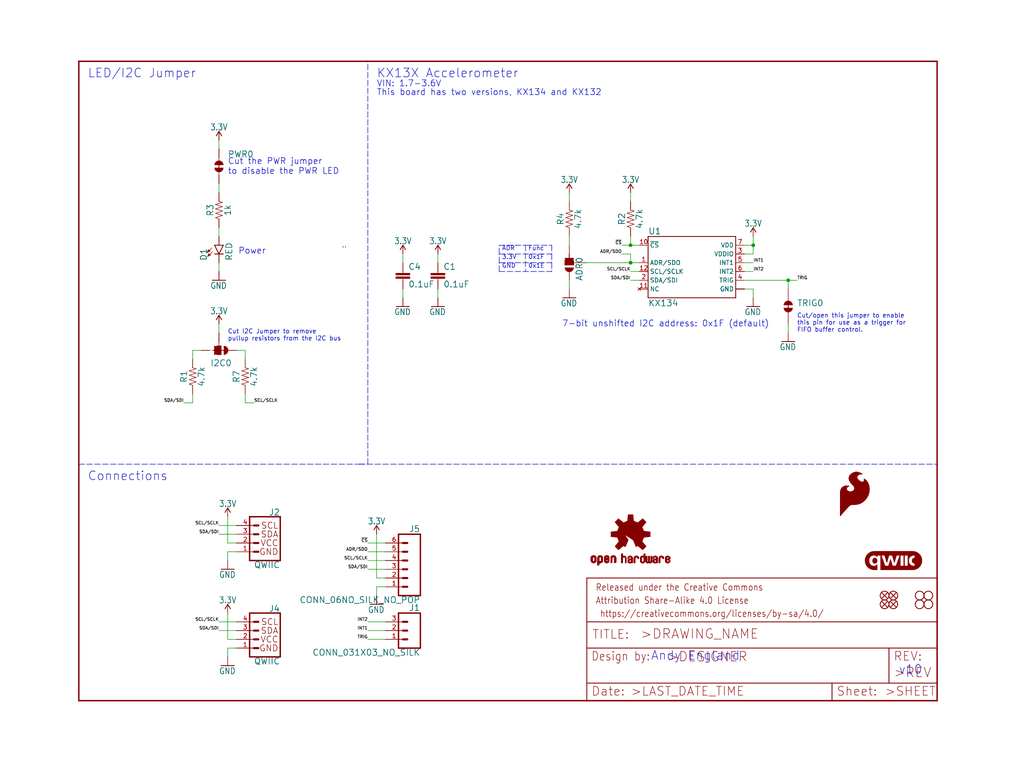
<source format=kicad_sch>
(kicad_sch (version 20211123) (generator eeschema)
  (paper "User" 297.002 223.926)
  (lib_symbols
    (symbol "schematicEagle-eagle-import:0.1UF-0603-25V-(+80{slash}-20%)"
      (property "Reference" "C" (at 1.524 2.921 0))
      (property "Value" "0.1UF-0603-25V-(+80{slash}-20%)" (at 1.524 -2.159 0))
      (symbol "0.1UF-0603-25V-(+80{slash}-20%)_1_0"
        (pin passive line (at 0 5.08 270) (length 2.54) (name "1") (number "1"))
        (pin passive line (at 0 -2.54 90) (length 2.54) (name "2") (number "2"))
      )
    )
    (symbol "schematicEagle-eagle-import:1KOHM-0603-1{slash}10W-1%"
      (property "Reference" "R" (at 0 1.524 0))
      (property "Value" "1KOHM-0603-1{slash}10W-1%" (at 0 -1.524 0))
      (symbol "1KOHM-0603-1{slash}10W-1%_1_0"
        (pin passive line (at -5.08 0 0) (length 2.54) (name "1") (number "1"))
        (pin passive line (at 5.08 0 180) (length 2.54) (name "2") (number "2"))
      )
    )
    (symbol "schematicEagle-eagle-import:3.3V" (power)
      (property "Value" "3.3V" (at 0 2.794 0))
      (symbol "3.3V_1_0"
        (pin power_in line (at 0 0 90) (length 2.54) (name "3.3V") (number "1"))
      )
    )
    (symbol "schematicEagle-eagle-import:4.7KOHM-0603-1{slash}10W-1%"
      (property "Reference" "R" (at 0 1.524 0))
      (property "Value" "4.7KOHM-0603-1{slash}10W-1%" (at 0 -1.524 0))
      (symbol "4.7KOHM-0603-1{slash}10W-1%_1_0"
        (pin passive line (at -5.08 0 0) (length 2.54) (name "1") (number "1"))
        (pin passive line (at 5.08 0 180) (length 2.54) (name "2") (number "2"))
      )
    )
    (symbol "schematicEagle-eagle-import:CONN_031X03_NO_SILK"
      (property "Reference" "J" (at -2.54 5.588 0))
      (property "Value" "CONN_031X03_NO_SILK" (at -2.54 -7.366 0))
      (symbol "CONN_031X03_NO_SILK_1_0"
        (pin passive line (at 7.62 -2.54 180) (length 5.08) (name "1") (number "1"))
        (pin passive line (at 7.62 0 180) (length 5.08) (name "2") (number "2"))
        (pin passive line (at 7.62 2.54 180) (length 5.08) (name "3") (number "3"))
      )
    )
    (symbol "schematicEagle-eagle-import:CONN_06NO_SILK_NO_POP"
      (property "Reference" "J" (at -5.08 10.668 0))
      (property "Value" "CONN_06NO_SILK_NO_POP" (at -5.08 -9.906 0))
      (symbol "CONN_06NO_SILK_NO_POP_1_0"
        (pin passive line (at 5.08 -5.08 180) (length 5.08) (name "1") (number "1"))
        (pin passive line (at 5.08 -2.54 180) (length 5.08) (name "2") (number "2"))
        (pin passive line (at 5.08 0 180) (length 5.08) (name "3") (number "3"))
        (pin passive line (at 5.08 2.54 180) (length 5.08) (name "4") (number "4"))
        (pin passive line (at 5.08 5.08 180) (length 5.08) (name "5") (number "5"))
        (pin passive line (at 5.08 7.62 180) (length 5.08) (name "6") (number "6"))
      )
    )
    (symbol "schematicEagle-eagle-import:FIDUCIALUFIDUCIAL")
    (symbol "schematicEagle-eagle-import:FRAME-LETTER"
      (symbol "FRAME-LETTER_2_0"
        (text " https://creativecommons.org/licenses/by-sa/4.0/" (at 2.54 24.13 0) (effects (font (size 1.9304 1.6408)) (justify left bottom)))
        (text ">DESIGNER" (at 23.114 11.176 0) (effects (font (size 2.7432 2.7432)) (justify left bottom)))
        (text ">DRAWING_NAME" (at 15.494 17.78 0) (effects (font (size 2.7432 2.7432)) (justify left bottom)))
        (text ">LAST_DATE_TIME" (at 12.7 1.27 0) (effects (font (size 2.54 2.54)) (justify left bottom)))
        (text ">REV" (at 88.9 6.604 0) (effects (font (size 2.7432 2.7432)) (justify left bottom)))
        (text ">SHEET" (at 86.36 1.27 0) (effects (font (size 2.54 2.54)) (justify left bottom)))
        (text "Attribution Share-Alike 4.0 License" (at 2.54 27.94 0) (effects (font (size 1.9304 1.6408)) (justify left bottom)))
        (text "Date:" (at 1.27 1.27 0) (effects (font (size 2.54 2.54)) (justify left bottom)))
        (text "Design by:" (at 1.27 11.43 0) (effects (font (size 2.54 2.159)) (justify left bottom)))
        (text "Released under the Creative Commons" (at 2.54 31.75 0) (effects (font (size 1.9304 1.6408)) (justify left bottom)))
        (text "REV:" (at 88.9 11.43 0) (effects (font (size 2.54 2.54)) (justify left bottom)))
        (text "Sheet:" (at 72.39 1.27 0) (effects (font (size 2.54 2.54)) (justify left bottom)))
        (text "TITLE:" (at 1.524 17.78 0) (effects (font (size 2.54 2.54)) (justify left bottom)))
      )
    )
    (symbol "schematicEagle-eagle-import:GND" (power)
      (property "Value" "GND" (at -2.54 -2.54 0))
      (symbol "GND_1_0"
        (pin power_in line (at 0 2.54 270) (length 2.54) (name "GND") (number "1"))
      )
    )
    (symbol "schematicEagle-eagle-import:JUMPER-SMT_2_NC_TRACE_SILK"
      (property "Reference" "JP" (at -2.54 2.54 0))
      (property "Value" "JUMPER-SMT_2_NC_TRACE_SILK" (at -2.54 -2.54 0))
      (symbol "JUMPER-SMT_2_NC_TRACE_SILK_1_0"
        (pin passive line (at -5.08 0 0) (length 2.54) (name "1") (number "1"))
        (pin passive line (at 5.08 0 180) (length 2.54) (name "2") (number "2"))
      )
    )
    (symbol "schematicEagle-eagle-import:JUMPER-SMT_3_1-NC_TRACE_SILK"
      (property "Reference" "JP" (at 2.54 0.381 0))
      (property "Value" "JUMPER-SMT_3_1-NC_TRACE_SILK" (at 2.54 -0.381 0))
      (symbol "JUMPER-SMT_3_1-NC_TRACE_SILK_1_0"
        (pin passive line (at 0 5.08 270) (length 2.54) (name "1") (number "1"))
        (pin passive line (at -5.08 0 0) (length 2.54) (name "2") (number "2"))
        (pin passive line (at 0 -5.08 90) (length 2.54) (name "3") (number "3"))
      )
    )
    (symbol "schematicEagle-eagle-import:JUMPER-SMT_3_2-NC_TRACE_SILK"
      (property "Reference" "JP" (at 2.54 0.381 0))
      (property "Value" "JUMPER-SMT_3_2-NC_TRACE_SILK" (at 2.54 -0.381 0))
      (symbol "JUMPER-SMT_3_2-NC_TRACE_SILK_1_0"
        (pin passive line (at 0 5.08 270) (length 2.54) (name "1") (number "1"))
        (pin passive line (at -5.08 0 0) (length 2.54) (name "2") (number "2"))
        (pin passive line (at 0 -5.08 90) (length 2.54) (name "3") (number "3"))
      )
    )
    (symbol "schematicEagle-eagle-import:KX13X-KX134"
      (property "Reference" "U" (at -12.7 10.668 0))
      (property "Value" "KX13X-KX134" (at -12.7 -10.16 0))
      (symbol "KX13X-KX134_1_0"
        (pin bidirectional line (at -15.24 2.54 0) (length 2.54) (name "ADR/SDO") (number "1"))
        (pin bidirectional line (at -15.24 7.62 0) (length 2.54) (name "~{CS}") (number "10"))
        (pin no_connect line (at -15.24 -5.08 0) (length 2.54) (name "NC") (number "11"))
        (pin bidirectional line (at -15.24 0 0) (length 2.54) (name "SCL/SCLK") (number "12"))
        (pin bidirectional line (at -15.24 -2.54 0) (length 2.54) (name "SDA/SDI") (number "2"))
        (pin bidirectional line (at 15.24 5.08 180) (length 2.54) (name "VDDIO") (number "3"))
        (pin bidirectional line (at 15.24 -2.54 180) (length 2.54) (name "TRIG") (number "4"))
        (pin bidirectional line (at 15.24 2.54 180) (length 2.54) (name "INT1") (number "5"))
        (pin bidirectional line (at 15.24 0 180) (length 2.54) (name "INT2") (number "6"))
        (pin bidirectional line (at 15.24 7.62 180) (length 2.54) (name "VDD") (number "7"))
        (pin bidirectional line (at 15.24 -5.08 180) (length 2.54) (name "GND") (number "8"))
        (pin bidirectional line (at 15.24 -5.08 180) (length 2.54) (name "GND") (number "9"))
      )
    )
    (symbol "schematicEagle-eagle-import:LED-RED0603"
      (property "Reference" "D" (at -3.429 -4.572 90))
      (property "Value" "LED-RED0603" (at 1.905 -4.572 90))
      (symbol "LED-RED0603_1_0"
        (pin passive line (at 0 2.54 270) (length 2.54) (name "A") (number "A"))
        (pin passive line (at 0 -5.08 90) (length 2.54) (name "C") (number "C"))
      )
    )
    (symbol "schematicEagle-eagle-import:OSHW-LOGOS")
    (symbol "schematicEagle-eagle-import:QWIIC_CONNECTORJS-1MM"
      (property "Reference" "J" (at -5.08 7.874 0))
      (property "Value" "QWIIC_CONNECTORJS-1MM" (at -5.08 -5.334 0))
      (symbol "QWIIC_CONNECTORJS-1MM_1_0"
        (text "GND" (at -4.572 -2.54 0) (effects (font (size 1.778 1.778)) (justify left)))
        (text "SCL" (at -4.572 5.08 0) (effects (font (size 1.778 1.778)) (justify left)))
        (text "SDA" (at -4.572 2.54 0) (effects (font (size 1.778 1.778)) (justify left)))
        (text "VCC" (at -4.572 0 0) (effects (font (size 1.778 1.778)) (justify left)))
        (pin power_in line (at 7.62 -2.54 180) (length 5.08) (name "1") (number "1"))
        (pin power_in line (at 7.62 0 180) (length 5.08) (name "2") (number "2"))
        (pin passive line (at 7.62 2.54 180) (length 5.08) (name "3") (number "3"))
        (pin passive line (at 7.62 5.08 180) (length 5.08) (name "4") (number "4"))
      )
    )
    (symbol "schematicEagle-eagle-import:QWIIC_LOGO_4MM")
    (symbol "schematicEagle-eagle-import:SFE_LOGO_FLAME.1_INCH")
    (symbol "schematicEagle-eagle-import:STAND-OFF")
  )
  (junction (at 182.88 71.12))
  (junction (at 218.44 71.12))
  (junction (at 228.6 81.28))
  (junction (at 182.88 76.2))
  (wire (pts (xy 68.58 160.02) (xy 66.04 160.02)))
  (wire (pts (xy 228.6 81.28) (xy 228.6 83.82)))
  (polyline (pts (xy 160.02 76.2) (xy 160.02 78.74)))
  (polyline (pts (xy 144.78 78.74) (xy 160.02 78.74)))
  (polyline (pts (xy 22.86 134.62) (xy 104.14 134.62)))
  (wire (pts (xy 111.76 180.34) (xy 106.68 180.34)))
  (wire (pts (xy 55.88 116.84) (xy 55.88 114.3)))
  (wire (pts (xy 127 76.2) (xy 127 73.66)))
  (wire (pts (xy 63.5 93.98) (xy 63.5 96.52)))
  (wire (pts (xy 182.88 58.42) (xy 182.88 55.88)))
  (wire (pts (xy 185.42 71.12) (xy 182.88 71.12)))
  (wire (pts (xy 55.88 101.6) (xy 58.42 101.6)))
  (wire (pts (xy 66.04 160.02) (xy 66.04 162.56)))
  (polyline (pts (xy 104.14 134.62) (xy 106.68 134.62)))
  (wire (pts (xy 218.44 71.12) (xy 215.9 71.12)))
  (wire (pts (xy 55.88 104.14) (xy 55.88 101.6)))
  (wire (pts (xy 68.58 101.6) (xy 71.12 101.6)))
  (wire (pts (xy 68.58 182.88) (xy 63.5 182.88)))
  (wire (pts (xy 111.76 165.1) (xy 106.68 165.1)))
  (wire (pts (xy 66.04 185.42) (xy 66.04 177.8)))
  (wire (pts (xy 228.6 93.98) (xy 228.6 96.52)))
  (polyline (pts (xy 144.78 76.2) (xy 160.02 76.2)))
  (wire (pts (xy 111.76 162.56) (xy 106.68 162.56)))
  (wire (pts (xy 68.58 185.42) (xy 66.04 185.42)))
  (wire (pts (xy 109.22 170.18) (xy 109.22 172.72)))
  (wire (pts (xy 66.04 157.48) (xy 66.04 149.86)))
  (wire (pts (xy 215.9 73.66) (xy 218.44 73.66)))
  (wire (pts (xy 182.88 76.2) (xy 185.42 76.2)))
  (wire (pts (xy 185.42 81.28) (xy 182.88 81.28)))
  (polyline (pts (xy 144.78 78.74) (xy 144.78 76.2)))
  (wire (pts (xy 109.22 167.64) (xy 109.22 154.94)))
  (polyline (pts (xy 152.4 71.12) (xy 160.02 71.12)))
  (wire (pts (xy 165.1 55.88) (xy 165.1 58.42)))
  (polyline (pts (xy 160.02 73.66) (xy 160.02 76.2)))
  (wire (pts (xy 170.18 76.2) (xy 182.88 76.2)))
  (wire (pts (xy 111.76 167.64) (xy 109.22 167.64)))
  (wire (pts (xy 215.9 78.74) (xy 218.44 78.74)))
  (wire (pts (xy 218.44 83.82) (xy 218.44 86.36)))
  (wire (pts (xy 111.76 182.88) (xy 106.68 182.88)))
  (wire (pts (xy 71.12 116.84) (xy 73.66 116.84)))
  (wire (pts (xy 55.88 116.84) (xy 53.34 116.84)))
  (wire (pts (xy 218.44 73.66) (xy 218.44 71.12)))
  (wire (pts (xy 71.12 101.6) (xy 71.12 104.14)))
  (polyline (pts (xy 144.78 73.66) (xy 144.78 71.12)))
  (polyline (pts (xy 106.68 134.62) (xy 106.68 17.78)))
  (wire (pts (xy 63.5 43.18) (xy 63.5 40.64)))
  (wire (pts (xy 215.9 83.82) (xy 218.44 83.82)))
  (wire (pts (xy 182.88 73.66) (xy 180.34 73.66)))
  (wire (pts (xy 63.5 68.58) (xy 63.5 66.04)))
  (wire (pts (xy 127 83.82) (xy 127 86.36)))
  (wire (pts (xy 215.9 81.28) (xy 228.6 81.28)))
  (polyline (pts (xy 144.78 73.66) (xy 160.02 73.66)))
  (wire (pts (xy 68.58 154.94) (xy 63.5 154.94)))
  (wire (pts (xy 116.84 76.2) (xy 116.84 73.66)))
  (wire (pts (xy 71.12 114.3) (xy 71.12 116.84)))
  (wire (pts (xy 182.88 71.12) (xy 180.34 71.12)))
  (wire (pts (xy 66.04 187.96) (xy 66.04 190.5)))
  (wire (pts (xy 165.1 81.28) (xy 165.1 83.82)))
  (wire (pts (xy 111.76 185.42) (xy 106.68 185.42)))
  (wire (pts (xy 68.58 180.34) (xy 63.5 180.34)))
  (wire (pts (xy 111.76 157.48) (xy 106.68 157.48)))
  (wire (pts (xy 68.58 187.96) (xy 66.04 187.96)))
  (wire (pts (xy 218.44 71.12) (xy 218.44 68.58)))
  (polyline (pts (xy 160.02 71.12) (xy 160.02 73.66)))
  (wire (pts (xy 182.88 71.12) (xy 182.88 68.58)))
  (wire (pts (xy 68.58 152.4) (xy 63.5 152.4)))
  (polyline (pts (xy 152.4 71.12) (xy 152.4 78.74)))
  (wire (pts (xy 68.58 157.48) (xy 66.04 157.48)))
  (wire (pts (xy 116.84 83.82) (xy 116.84 86.36)))
  (wire (pts (xy 63.5 78.74) (xy 63.5 76.2)))
  (wire (pts (xy 111.76 160.02) (xy 106.68 160.02)))
  (wire (pts (xy 215.9 76.2) (xy 218.44 76.2)))
  (polyline (pts (xy 144.78 71.12) (xy 152.4 71.12)))
  (wire (pts (xy 182.88 76.2) (xy 182.88 73.66)))
  (wire (pts (xy 63.5 55.88) (xy 63.5 53.34)))
  (wire (pts (xy 228.6 81.28) (xy 231.14 81.28)))
  (wire (pts (xy 165.1 68.58) (xy 165.1 71.12)))
  (polyline (pts (xy 104.14 134.62) (xy 271.78 134.62)))
  (polyline (pts (xy 144.78 76.2) (xy 144.78 73.66)))
  (wire (pts (xy 111.76 170.18) (xy 109.22 170.18)))
  (wire (pts (xy 185.42 78.74) (xy 182.88 78.74)))
  (text "0x1E" (at 153.162 77.978 180) (effects (font (size 1.27 1.27)) (justify left bottom)))
  (text "\"" (at 99.06 73.66 180) (effects (font (size 1.778 1.778)) (justify left bottom)))
  (text "This board has two versions, KX134 and KX132" (at 109.22 27.94 180) (effects (font (size 1.778 1.778)) (justify left bottom)))
  (text "7-bit unshifted I2C address: 0x1F (default)" (at 193.04 93.98 180) (effects (font (size 1.778 1.778))))
  (text "3.3V" (at 145.542 75.438 180) (effects (font (size 1.27 1.27)) (justify left bottom)))
  (text "LED/I2C Jumper" (at 25.4 22.86 180) (effects (font (size 2.54 2.54)) (justify left bottom)))
  (text "Func" (at 153.162 72.898 180) (effects (font (size 1.27 1.27)) (justify left bottom)))
  (text "Andy England" (at 188.722 191.77 180) (effects (font (size 2.54 2.54)) (justify left bottom)))
  (text "ADR" (at 145.542 72.898 180) (effects (font (size 1.27 1.27)) (justify left bottom)))
  (text "v10" (at 260.604 195.834 180) (effects (font (size 2.54 2.54)) (justify left bottom)))
  (text "Cut I2C Jumper to remove\npullup resistors from the I2C bus" (at 66.04 99.06 0) (effects (font (size 1.27 1.27)) (justify left bottom)))
  (text "Cut/open this jumper to enable\nthis pin for use as a trigger for\nFIFO buffer control." (at 231.14 96.52 0) (effects (font (size 1.27 1.27)) (justify left bottom)))
  (text "GND" (at 145.542 77.978 180) (effects (font (size 1.27 1.27)) (justify left bottom)))
  (text "0x1F" (at 153.162 75.438 180) (effects (font (size 1.27 1.27)) (justify left bottom)))
  (text "Connections" (at 25.4 139.7 180) (effects (font (size 2.54 2.54)) (justify left bottom)))
  (text "KX13X Accelerometer" (at 109.22 22.86 180) (effects (font (size 2.54 2.54)) (justify left bottom)))
  (text "Cut the PWR jumper\nto disable the PWR LED" (at 66.04 50.8 180) (effects (font (size 1.778 1.778)) (justify left bottom)))
  (text "Power" (at 69.088 73.914 180) (effects (font (size 1.778 1.778)) (justify left bottom)))
  (text "VIN: 1.7-3.6V" (at 109.22 25.4 180) (effects (font (size 1.778 1.778)) (justify left bottom)))
  (label "INT1" (at 218.44 76.2 0) (effects (font (size 0.889 0.889))))
  (label "SCL/SCLK" (at 182.88 78.74 180) (effects (font (size 0.889 0.889))))
  (label "TRIG" (at 106.68 185.42 180) (effects (font (size 0.889 0.889))))
  (label "ADR/SDO" (at 180.34 73.66 180) (effects (font (size 0.889 0.889))))
  (label "SDA/SDI" (at 63.5 154.94 180) (effects (font (size 0.889 0.889))))
  (label "SDA/SDI" (at 106.68 165.1 180) (effects (font (size 0.889 0.889))))
  (label "ADR/SDO" (at 106.68 160.02 180) (effects (font (size 0.889 0.889))))
  (label "SCL/SCLK" (at 73.66 116.84 0) (effects (font (size 0.889 0.889))))
  (label "SDA/SDI" (at 182.88 81.28 180) (effects (font (size 0.889 0.889))))
  (label "INT2" (at 106.68 180.34 180) (effects (font (size 0.889 0.889))))
  (label "SCL/SCLK" (at 63.5 152.4 180) (effects (font (size 0.889 0.889))))
  (label "SDA/SDI" (at 53.34 116.84 180) (effects (font (size 0.889 0.889))))
  (label "TRIG" (at 231.14 81.28 0) (effects (font (size 0.889 0.889))))
  (label "~{CS}" (at 106.68 157.48 180) (effects (font (size 0.889 0.889))))
  (label "~{CS}" (at 180.34 71.12 180) (effects (font (size 0.889 0.889))))
  (label "INT2" (at 218.44 78.74 0) (effects (font (size 0.889 0.889))))
  (label "SDA/SDI" (at 63.5 182.88 180) (effects (font (size 0.889 0.889))))
  (label "INT1" (at 106.68 182.88 180) (effects (font (size 0.889 0.889))))
  (label "SCL/SCLK" (at 63.5 180.34 180) (effects (font (size 0.889 0.889))))
  (label "SCL/SCLK" (at 106.68 162.56 180) (effects (font (size 0.889 0.889))))
  (symbol (lib_id "schematicEagle-eagle-import:GND") (at 66.04 193.04 0) (unit 1)
    (property "Reference" "#GND8" (effects hide))
    (property "Value" "GND" (at 63.5 195.58 0) (effects (font (size 1.778 1.5113)) (justify left bottom)))
    (property "Footprint" "schematicEagle:" (effects hide))
  )
  (symbol (lib_id "schematicEagle-eagle-import:3.3V") (at 127 73.66 0) (unit 1)
    (property "Reference" "#SUPPLY3" (effects hide))
    (property "Value" "3.3V" (at 127 70.866 0) (effects (font (size 1.778 1.5113)) (justify bottom)))
    (property "Footprint" "schematicEagle:" (effects hide))
  )
  (symbol (lib_id "schematicEagle-eagle-import:FRAME-LETTER") (at 170.18 203.2 0) (unit 2)
    (property "Reference" "FRAME1" (effects hide))
    (property "Value" "FRAME-LETTER" (effects hide))
    (property "Footprint" "schematicEagle:CREATIVE_COMMONS" (effects hide))
  )
  (symbol (lib_id "schematicEagle-eagle-import:3.3V") (at 109.22 154.94 0) (unit 1)
    (property "Reference" "#SUPPLY7" (effects hide))
    (property "Value" "3.3V" (at 109.22 152.146 0) (effects (font (size 1.778 1.5113)) (justify bottom)))
    (property "Footprint" "schematicEagle:" (effects hide))
  )
  (symbol (lib_id "schematicEagle-eagle-import:0.1UF-0603-25V-(+80{slash}-20%)") (at 127 81.28 0) (unit 1)
    (property "Reference" "C1" (at 128.524 78.359 0) (effects (font (size 1.778 1.778)) (justify left bottom)))
    (property "Value" "0.1uF" (at 128.524 83.439 0) (effects (font (size 1.778 1.778)) (justify left bottom)))
    (property "Footprint" "schematicEagle:0603" (effects hide))
  )
  (symbol (lib_id "schematicEagle-eagle-import:SFE_LOGO_FLAME.1_INCH") (at 243.332 150.114 0) (unit 1)
    (property "Reference" "LOGO2" (effects hide))
    (property "Value" "SFE_LOGO_FLAME.1_INCH" (effects hide))
    (property "Footprint" "schematicEagle:SFE_LOGO_FLAME_.1" (effects hide))
  )
  (symbol (lib_id "schematicEagle-eagle-import:SFE_LOGO_FLAME.1_INCH") (at 243.332 150.114 0) (unit 1)
    (property "Reference" "LOGO1" (effects hide))
    (property "Value" "SFE_LOGO_FLAME.1_INCH" (effects hide))
    (property "Footprint" "schematicEagle:SFE_LOGO_FLAME_.1" (effects hide))
  )
  (symbol (lib_id "schematicEagle-eagle-import:0.1UF-0603-25V-(+80{slash}-20%)") (at 116.84 81.28 0) (unit 1)
    (property "Reference" "C4" (at 118.364 78.359 0) (effects (font (size 1.778 1.778)) (justify left bottom)))
    (property "Value" "0.1uF" (at 118.364 83.439 0) (effects (font (size 1.778 1.778)) (justify left bottom)))
    (property "Footprint" "schematicEagle:0603" (effects hide))
  )
  (symbol (lib_id "schematicEagle-eagle-import:JUMPER-SMT_2_NC_TRACE_SILK") (at 63.5 48.26 90) (unit 1)
    (property "Reference" "PWR0" (at 66.04 45.72 90) (effects (font (size 1.778 1.778)) (justify right top)))
    (property "Value" "JUMPER-SMT_2_NC_TRACE_SILK" (effects hide))
    (property "Footprint" "schematicEagle:SMT-JUMPER_2_NC_TRACE_SILK" (effects hide))
  )
  (symbol (lib_id "schematicEagle-eagle-import:FRAME-LETTER") (at 22.86 203.2 0) (unit 1)
    (property "Reference" "FRAME1" (effects hide))
    (property "Value" "FRAME-LETTER" (effects hide))
    (property "Footprint" "schematicEagle:CREATIVE_COMMONS" (effects hide))
  )
  (symbol (lib_id "schematicEagle-eagle-import:GND") (at 66.04 165.1 0) (unit 1)
    (property "Reference" "#GND6" (effects hide))
    (property "Value" "GND" (at 63.5 167.64 0) (effects (font (size 1.778 1.5113)) (justify left bottom)))
    (property "Footprint" "schematicEagle:" (effects hide))
  )
  (symbol (lib_id "schematicEagle-eagle-import:GND") (at 165.1 86.36 0) (unit 1)
    (property "Reference" "#GND9" (effects hide))
    (property "Value" "GND" (at 162.56 88.9 0) (effects (font (size 1.778 1.5113)) (justify left bottom)))
    (property "Footprint" "schematicEagle:" (effects hide))
  )
  (symbol (lib_id "schematicEagle-eagle-import:STAND-OFF") (at 266.7 175.26 0) (unit 1)
    (property "Reference" "JP7" (effects hide))
    (property "Value" "STAND-OFF" (effects hide))
    (property "Footprint" "schematicEagle:STAND-OFF" (effects hide))
  )
  (symbol (lib_id "schematicEagle-eagle-import:3.3V") (at 66.04 149.86 0) (unit 1)
    (property "Reference" "#SUPPLY4" (effects hide))
    (property "Value" "3.3V" (at 66.04 147.066 0) (effects (font (size 1.778 1.5113)) (justify bottom)))
    (property "Footprint" "schematicEagle:" (effects hide))
  )
  (symbol (lib_id "schematicEagle-eagle-import:FIDUCIALUFIDUCIAL") (at 259.08 172.72 0) (unit 1)
    (property "Reference" "JP6" (effects hide))
    (property "Value" "FIDUCIALUFIDUCIAL" (effects hide))
    (property "Footprint" "schematicEagle:MICRO-FIDUCIAL" (effects hide))
  )
  (symbol (lib_id "schematicEagle-eagle-import:4.7KOHM-0603-1{slash}10W-1%") (at 71.12 109.22 90) (unit 1)
    (property "Reference" "R7" (at 69.596 109.22 0) (effects (font (size 1.778 1.778)) (justify bottom)))
    (property "Value" "4.7k" (at 72.644 109.22 0) (effects (font (size 1.778 1.778)) (justify top)))
    (property "Footprint" "schematicEagle:0603" (effects hide))
  )
  (symbol (lib_id "schematicEagle-eagle-import:3.3V") (at 182.88 55.88 0) (unit 1)
    (property "Reference" "#SUPPLY5" (effects hide))
    (property "Value" "3.3V" (at 182.88 53.086 0) (effects (font (size 1.778 1.5113)) (justify bottom)))
    (property "Footprint" "schematicEagle:" (effects hide))
  )
  (symbol (lib_id "schematicEagle-eagle-import:GND") (at 127 88.9 0) (unit 1)
    (property "Reference" "#GND5" (effects hide))
    (property "Value" "GND" (at 124.46 91.44 0) (effects (font (size 1.778 1.5113)) (justify left bottom)))
    (property "Footprint" "schematicEagle:" (effects hide))
  )
  (symbol (lib_id "schematicEagle-eagle-import:STAND-OFF") (at 269.24 175.26 0) (unit 1)
    (property "Reference" "JP4" (effects hide))
    (property "Value" "STAND-OFF" (effects hide))
    (property "Footprint" "schematicEagle:STAND-OFF" (effects hide))
  )
  (symbol (lib_id "schematicEagle-eagle-import:3.3V") (at 218.44 68.58 0) (unit 1)
    (property "Reference" "#SUPPLY1" (effects hide))
    (property "Value" "3.3V" (at 218.44 65.786 0) (effects (font (size 1.778 1.5113)) (justify bottom)))
    (property "Footprint" "schematicEagle:" (effects hide))
  )
  (symbol (lib_id "schematicEagle-eagle-import:GND") (at 63.5 81.28 0) (unit 1)
    (property "Reference" "#GND3" (effects hide))
    (property "Value" "GND" (at 60.96 83.82 0) (effects (font (size 1.778 1.5113)) (justify left bottom)))
    (property "Footprint" "schematicEagle:" (effects hide))
  )
  (symbol (lib_id "schematicEagle-eagle-import:FIDUCIALUFIDUCIAL") (at 256.54 175.26 0) (unit 1)
    (property "Reference" "JP5" (effects hide))
    (property "Value" "FIDUCIALUFIDUCIAL" (effects hide))
    (property "Footprint" "schematicEagle:MICRO-FIDUCIAL" (effects hide))
  )
  (symbol (lib_id "schematicEagle-eagle-import:JUMPER-SMT_3_2-NC_TRACE_SILK") (at 63.5 101.6 270) (unit 1)
    (property "Reference" "I2C0" (at 60.96 106.299 90) (effects (font (size 1.778 1.778)) (justify left bottom)))
    (property "Value" "JUMPER-SMT_3_2-NC_TRACE_SILK" (effects hide))
    (property "Footprint" "schematicEagle:SMT-JUMPER_3_2-NC_TRACE_SILK" (effects hide))
  )
  (symbol (lib_id "schematicEagle-eagle-import:QWIIC_LOGO_4MM") (at 259.08 162.56 0) (unit 1)
    (property "Reference" "LOGO3" (effects hide))
    (property "Value" "QWIIC_LOGO_4MM" (effects hide))
    (property "Footprint" "schematicEagle:QWIIC_4MM" (effects hide))
  )
  (symbol (lib_id "schematicEagle-eagle-import:JUMPER-SMT_2_NC_TRACE_SILK") (at 228.6 88.9 270) (unit 1)
    (property "Reference" "TRIG0" (at 231.14 88.9 90) (effects (font (size 1.778 1.778)) (justify left bottom)))
    (property "Value" "JUMPER-SMT_2_NC_TRACE_SILK" (effects hide))
    (property "Footprint" "schematicEagle:SMT-JUMPER_2_NC_TRACE_SILK" (effects hide))
  )
  (symbol (lib_id "schematicEagle-eagle-import:GND") (at 109.22 175.26 0) (unit 1)
    (property "Reference" "#GND7" (effects hide))
    (property "Value" "GND" (at 106.68 177.8 0) (effects (font (size 1.778 1.5113)) (justify left bottom)))
    (property "Footprint" "schematicEagle:" (effects hide))
  )
  (symbol (lib_id "schematicEagle-eagle-import:LED-RED0603") (at 63.5 71.12 0) (unit 1)
    (property "Reference" "D1" (at 60.071 75.692 90) (effects (font (size 1.778 1.778)) (justify left bottom)))
    (property "Value" "RED" (at 65.405 75.692 90) (effects (font (size 1.778 1.778)) (justify left top)))
    (property "Footprint" "schematicEagle:LED-0603" (effects hide))
  )
  (symbol (lib_id "schematicEagle-eagle-import:GND") (at 116.84 88.9 0) (unit 1)
    (property "Reference" "#GND4" (effects hide))
    (property "Value" "GND" (at 114.3 91.44 0) (effects (font (size 1.778 1.5113)) (justify left bottom)))
    (property "Footprint" "schematicEagle:" (effects hide))
  )
  (symbol (lib_id "schematicEagle-eagle-import:GND") (at 228.6 99.06 0) (unit 1)
    (property "Reference" "#GND2" (effects hide))
    (property "Value" "GND" (at 226.06 101.6 0) (effects (font (size 1.778 1.5113)) (justify left bottom)))
    (property "Footprint" "schematicEagle:" (effects hide))
  )
  (symbol (lib_id "schematicEagle-eagle-import:3.3V") (at 63.5 40.64 0) (unit 1)
    (property "Reference" "#SUPPLY10" (effects hide))
    (property "Value" "3.3V" (at 63.5 37.846 0) (effects (font (size 1.778 1.5113)) (justify bottom)))
    (property "Footprint" "schematicEagle:" (effects hide))
  )
  (symbol (lib_id "schematicEagle-eagle-import:GND") (at 218.44 88.9 0) (unit 1)
    (property "Reference" "#GND1" (effects hide))
    (property "Value" "GND" (at 215.9 91.44 0) (effects (font (size 1.778 1.5113)) (justify left bottom)))
    (property "Footprint" "schematicEagle:" (effects hide))
  )
  (symbol (lib_id "schematicEagle-eagle-import:STAND-OFF") (at 269.24 172.72 0) (unit 1)
    (property "Reference" "JP3" (effects hide))
    (property "Value" "STAND-OFF" (effects hide))
    (property "Footprint" "schematicEagle:STAND-OFF" (effects hide))
  )
  (symbol (lib_id "schematicEagle-eagle-import:3.3V") (at 116.84 73.66 0) (unit 1)
    (property "Reference" "#SUPPLY2" (effects hide))
    (property "Value" "3.3V" (at 116.84 70.866 0) (effects (font (size 1.778 1.5113)) (justify bottom)))
    (property "Footprint" "schematicEagle:" (effects hide))
  )
  (symbol (lib_id "schematicEagle-eagle-import:FIDUCIALUFIDUCIAL") (at 259.08 175.26 0) (unit 1)
    (property "Reference" "JP1" (effects hide))
    (property "Value" "FIDUCIALUFIDUCIAL" (effects hide))
    (property "Footprint" "schematicEagle:MICRO-FIDUCIAL" (effects hide))
  )
  (symbol (lib_id "schematicEagle-eagle-import:4.7KOHM-0603-1{slash}10W-1%") (at 55.88 109.22 90) (unit 1)
    (property "Reference" "R1" (at 54.356 109.22 0) (effects (font (size 1.778 1.778)) (justify bottom)))
    (property "Value" "4.7k" (at 57.404 109.22 0) (effects (font (size 1.778 1.778)) (justify top)))
    (property "Footprint" "schematicEagle:0603" (effects hide))
  )
  (symbol (lib_id "schematicEagle-eagle-import:4.7KOHM-0603-1{slash}10W-1%") (at 165.1 63.5 90) (unit 1)
    (property "Reference" "R4" (at 163.576 63.5 0) (effects (font (size 1.778 1.778)) (justify bottom)))
    (property "Value" "4.7k" (at 166.624 63.5 0) (effects (font (size 1.778 1.778)) (justify top)))
    (property "Footprint" "schematicEagle:0603" (effects hide))
  )
  (symbol (lib_id "schematicEagle-eagle-import:KX13X-KX134") (at 200.66 78.74 0) (unit 1)
    (property "Reference" "U1" (at 187.96 68.072 0) (effects (font (size 1.778 1.778)) (justify left bottom)))
    (property "Value" "KX134" (at 187.96 88.9 0) (effects (font (size 1.778 1.778)) (justify left bottom)))
    (property "Footprint" "schematicEagle:KX13X" (effects hide))
  )
  (symbol (lib_id "schematicEagle-eagle-import:3.3V") (at 63.5 93.98 0) (unit 1)
    (property "Reference" "#SUPPLY9" (effects hide))
    (property "Value" "3.3V" (at 63.5 91.186 0) (effects (font (size 1.778 1.5113)) (justify bottom)))
    (property "Footprint" "schematicEagle:" (effects hide))
  )
  (symbol (lib_id "schematicEagle-eagle-import:CONN_06NO_SILK_NO_POP") (at 116.84 165.1 0) (mirror y) (unit 1)
    (property "Reference" "J5" (at 121.92 154.432 0) (effects (font (size 1.778 1.778)) (justify left bottom)))
    (property "Value" "CONN_06NO_SILK_NO_POP" (at 121.92 175.006 0) (effects (font (size 1.778 1.778)) (justify left bottom)))
    (property "Footprint" "schematicEagle:1X06_NO_SILK" (effects hide))
  )
  (symbol (lib_id "schematicEagle-eagle-import:3.3V") (at 165.1 55.88 0) (unit 1)
    (property "Reference" "#SUPPLY6" (effects hide))
    (property "Value" "3.3V" (at 165.1 53.086 0) (effects (font (size 1.778 1.5113)) (justify bottom)))
    (property "Footprint" "schematicEagle:" (effects hide))
  )
  (symbol (lib_id "schematicEagle-eagle-import:CONN_031X03_NO_SILK") (at 119.38 182.88 0) (mirror y) (unit 1)
    (property "Reference" "J1" (at 121.92 177.292 0) (effects (font (size 1.778 1.778)) (justify left bottom)))
    (property "Value" "CONN_031X03_NO_SILK" (at 121.92 190.246 0) (effects (font (size 1.778 1.778)) (justify left bottom)))
    (property "Footprint" "schematicEagle:1X03_NO_SILK" (effects hide))
  )
  (symbol (lib_id "schematicEagle-eagle-import:4.7KOHM-0603-1{slash}10W-1%") (at 182.88 63.5 90) (unit 1)
    (property "Reference" "R2" (at 181.356 63.5 0) (effects (font (size 1.778 1.778)) (justify bottom)))
    (property "Value" "4.7k" (at 184.404 63.5 0) (effects (font (size 1.778 1.778)) (justify top)))
    (property "Footprint" "schematicEagle:0603" (effects hide))
  )
  (symbol (lib_id "schematicEagle-eagle-import:QWIIC_CONNECTORJS-1MM") (at 76.2 157.48 0) (mirror y) (unit 1)
    (property "Reference" "J2" (at 81.28 149.606 0) (effects (font (size 1.778 1.778)) (justify left bottom)))
    (property "Value" "QWIIC" (at 81.28 162.814 0) (effects (font (size 1.778 1.778)) (justify left top)))
    (property "Footprint" "schematicEagle:JST04_1MM_RA" (effects hide))
  )
  (symbol (lib_id "schematicEagle-eagle-import:JUMPER-SMT_3_1-NC_TRACE_SILK") (at 165.1 76.2 180) (unit 1)
    (property "Reference" "ADR0" (at 169.037 81.534 90) (effects (font (size 1.778 1.778)) (justify right top)))
    (property "Value" "JUMPER-SMT_3_1-NC_TRACE_SILK" (effects hide))
    (property "Footprint" "schematicEagle:SMT-JUMPER_3_1-NC_TRACE_SILK" (effects hide))
  )
  (symbol (lib_id "schematicEagle-eagle-import:OSHW-LOGOS") (at 182.88 154.94 0) (unit 1)
    (property "Reference" "LOGO5" (effects hide))
    (property "Value" "OSHW-LOGOS" (effects hide))
    (property "Footprint" "schematicEagle:OSHW-LOGO-S" (effects hide))
  )
  (symbol (lib_id "schematicEagle-eagle-import:FIDUCIALUFIDUCIAL") (at 256.54 172.72 0) (unit 1)
    (property "Reference" "JP2" (effects hide))
    (property "Value" "FIDUCIALUFIDUCIAL" (effects hide))
    (property "Footprint" "schematicEagle:MICRO-FIDUCIAL" (effects hide))
  )
  (symbol (lib_id "schematicEagle-eagle-import:QWIIC_CONNECTORJS-1MM") (at 76.2 185.42 0) (mirror y) (unit 1)
    (property "Reference" "J4" (at 81.28 177.546 0) (effects (font (size 1.778 1.778)) (justify left bottom)))
    (property "Value" "QWIIC" (at 81.28 190.754 0) (effects (font (size 1.778 1.778)) (justify left top)))
    (property "Footprint" "schematicEagle:JST04_1MM_RA" (effects hide))
  )
  (symbol (lib_id "schematicEagle-eagle-import:STAND-OFF") (at 266.7 172.72 0) (unit 1)
    (property "Reference" "JP8" (effects hide))
    (property "Value" "STAND-OFF" (effects hide))
    (property "Footprint" "schematicEagle:STAND-OFF" (effects hide))
  )
  (symbol (lib_id "schematicEagle-eagle-import:3.3V") (at 66.04 177.8 0) (unit 1)
    (property "Reference" "#SUPPLY8" (effects hide))
    (property "Value" "3.3V" (at 66.04 175.006 0) (effects (font (size 1.778 1.5113)) (justify bottom)))
    (property "Footprint" "schematicEagle:" (effects hide))
  )
  (symbol (lib_id "schematicEagle-eagle-import:1KOHM-0603-1{slash}10W-1%") (at 63.5 60.96 90) (unit 1)
    (property "Reference" "R3" (at 61.976 60.96 0) (effects (font (size 1.778 1.778)) (justify bottom)))
    (property "Value" "1k" (at 65.024 60.96 0) (effects (font (size 1.778 1.778)) (justify top)))
    (property "Footprint" "schematicEagle:0603" (effects hide))
  )
)
</source>
